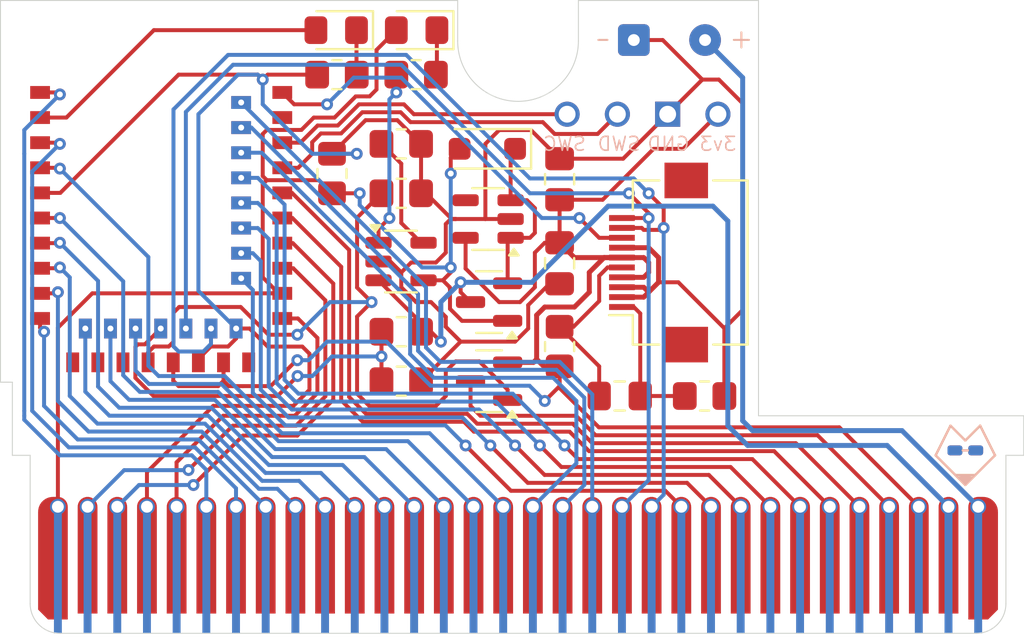
<source format=kicad_pcb>
(kicad_pcb (version 20241229) (generator "pcbnew") (generator_version "9.0")
  (layers (0 "F.Cu" signal) (2 "B.Cu" signal) (13 "F.Paste" user) (15 "B.Paste" user) (5 "F.SilkS" user "F.Silkscreen") (7 "B.SilkS" user "B.Silkscreen") (1 "F.Mask" user) (3 "B.Mask" user) (25 "Edge.Cuts" user))
  (net 0 "")
  (net 1 "Net-(D1-K)")
  (net 2 "VBUS")
  (net 3 "Net-(D2-K)")
  (net 4 "BLUE_LED")
  (net 5 "Net-(D3-K)")
  (net 6 "GND")
  (net 7 "DATA-")
  (net 8 "DATA+")
  (net 9 "SWD")
  (net 10 "nRF_VDD")
  (net 11 "SWC")
  (net 12 "VBAT")
  (net 13 "POWER_PIN")
  (net 14 "EXT_VCC")
  (net 15 "Net-(U3-PROG)")
  (net 16 "BATTERY_PIN")
  (net 17 "Net-(U3-STAT)")
  (net 18 "/P0.00")
  (net 19 "RESET")
  (net 20 "/P0.01")
  (net 21 "PROG")
  (net 22 "DCCH")
  (net 24 "P0.06")
  (net 25 "P0.08")
  (net 26 "P0.28")
  (net 27 "P0.17")
  (net 28 "P0.29")
  (net 29 "P1.02")
  (net 30 "P0.15")
  (net 31 "P0.26")
  (net 32 "P0.03")
  (net 33 "P0.31")
  (net 34 "P1.06")
  (net 35 "P1.11")
  (net 36 "P0.10")
  (net 37 "P0.02")
  (net 38 "P1.00")
  (net 39 "P0.13")
  (net 40 "P0.30")
  (net 41 "P0.09")
  (net 42 "P0.20")
  (net 43 "P0.24")
  (net 44 "P1.13")
  (net 45 "P1.04")
  (net 46 "P0.22")
  (net 47 "P0.07")
  (net 48 "P0.12")
  (net 49 "Net-(J6-Pin_10)")
  (net 50 "Net-(J6-Pin_6)")
  (net 51 "BAT_OUT")
  (footprint "Resistor_SMD:R_0805_2012Metric_Pad1.20x1.40mm_HandSolder" (layer "F.Cu") (at 95.25 34.75)
    (property "Reference" "R9" (hide yes))
    (property "Value" "2M" (hide yes))
  )
  (footprint "Resistor_SMD:R_0805_2012Metric_Pad1.20x1.40mm_HandSolder" (layer "F.Cu") (at 95.25 44.25)
    (property "Reference" "R7" (hide yes))
    (property "Value" "2M" (hide yes))
  )
  (footprint "Resistor_SMD:R_0805_2012Metric_Pad1.20x1.40mm_HandSolder" (layer "F.Cu") (at 110.575 45 180)
    (property "Reference" "FB2" (hide yes))
    (property "Value" "FerriteBead_Small" (hide yes))
  )
  (footprint "Connector_FFC-FPC:Hirose_FH12-10S-0.5SH_1x10-1MP_P0.50mm_Horizontal" (layer "F.Cu") (at 108.25 38.25 90)
    (property "Reference" "J6" (hide yes))
    (property "Value" "Conn_01x10" (hide yes))
  )
  (footprint "LED_SMD:LED_0805_2012Metric_Pad1.15x1.40mm_HandSolder" (layer "F.Cu") (at 91.9625 26.5 180)
    (property "Reference" "D2" (hide yes))
    (property "Value" "BLUE" (hide yes))
  )
  (footprint "Resistor_SMD:R_0805_2012Metric_Pad1.20x1.40mm_HandSolder" (layer "F.Cu") (at 95.25 32.25)
    (property "Reference" "R5" (hide yes))
    (property "Value" "RPROG" (hide yes))
  )
  (footprint "nrfmicro:E73-2G4M08S1C-52840" (layer "F.Cu") (at 83.119 43.6795 90)
    (property "Reference" "U1" (hide yes))
    (property "Value" "E73-2G4M08S1C" (hide yes))
  )
  (footprint "Package_TO_SOT_SMD:SOT-23-5" (layer "F.Cu") (at 99.6375 36.05 180)
    (property "Reference" "U2" (hide yes))
    (property "Value" "AP2112K-3.3" (hide yes))
  )
  (footprint "Capacitor_SMD:C_0805_2012Metric_Pad1.18x1.45mm_HandSolder" (layer "F.Cu") (at 106.2875 45)
    (property "Reference" "C2" (hide yes))
    (property "Value" "1uF" (hide yes))
  )
  (footprint "Resistor_SMD:R_0805_2012Metric_Pad1.20x1.40mm_HandSolder" (layer "F.Cu") (at 92 28.75 180)
    (property "Reference" "R4" (hide yes))
    (property "Value" "1K" (hide yes))
  )
  (footprint "nrfmicro:connector_swd" (layer "F.Cu") (at 111.25 30.75 -90)
    (property "Reference" "J2" (hide yes))
    (property "Value" "Conn_01x04" (hide yes))
  )
  (footprint "Diode_SMD:D_SOD-123F" (layer "F.Cu") (at 99.6 32.5 180)
    (property "Reference" "D1" (hide yes))
    (property "Value" "1N5819" (hide yes))
  )
  (footprint "Package_TO_SOT_SMD:SOT-23" (layer "F.Cu") (at 99.6875 40.25 180)
    (property "Reference" "Q1" (hide yes))
    (property "Value" "AO3407" (hide yes))
  )
  (footprint "Capacitor_SMD:C_0805_2012Metric_Pad1.18x1.45mm_HandSolder" (layer "F.Cu") (at 103.25 38.2875 -90)
    (property "Reference" "C1" (hide yes))
    (property "Value" "560pF/680pF" (hide yes))
  )
  (footprint "Resistor_SMD:R_0805_2012Metric_Pad1.20x1.40mm_HandSolder" (layer "F.Cu") (at 91.75 33.75 90)
    (property "Reference" "R1" (hide yes))
    (property "Value" "100K" (hide yes))
  )
  (footprint "Resistor_SMD:R_0805_2012Metric_Pad1.20x1.40mm_HandSolder" (layer "F.Cu") (at 95.25 41.75 180)
    (property "Reference" "R6" (hide yes))
    (property "Value" "820K" (hide yes))
  )
  (footprint "Resistor_SMD:R_0805_2012Metric_Pad1.20x1.40mm_HandSolder" (layer "F.Cu") (at 96 28.75 180)
    (property "Reference" "R8" (hide yes))
    (property "Value" "1K" (hide yes))
  )
  (footprint "Connector_Wire:SolderWire-0.1sqmm_1x02_P3.6mm_D0.4mm_OD1mm" (layer "F.Cu") (at 107 27)
    (property "Reference" "J3" (hide yes))
    (property "Value" "Conn_01x02" (hide yes))
  )
  (footprint "Package_TO_SOT_SMD:SOT-23-5" (layer "F.Cu") (at 95.2375 38.2)
    (property "Reference" "U3" (hide yes))
    (property "Value" "TP4054" (hide yes))
  )
  (footprint "User_Footprints:GameBoy_GamePak_AGB-002_P1.50mm_Edge" (layer "F.Cu") (at 101.15 57)
    (property "Reference" "J5" (hide yes))
    (property "Value" "Conn_01x32_Pin" (hide yes))
  )
  (footprint "Package_TO_SOT_SMD:SOT-23" (layer "F.Cu") (at 99.6875 44.25 180)
    (property "Reference" "Q2" (hide yes))
    (property "Value" "AO3407" (hide yes))
  )
  (footprint "LED_SMD:LED_0805_2012Metric_Pad1.15x1.40mm_HandSolder" (layer "F.Cu") (at 96.025 26.5 180)
    (property "Reference" "D3" (hide yes))
    (property "Value" "RED" (hide yes))
  )
  (footprint "Resistor_SMD:R_0805_2012Metric_Pad1.20x1.40mm_HandSolder" (layer "F.Cu") (at 103.25 42.5 -90)
    (property "Reference" "FB1" (hide yes))
    (property "Value" "FerriteBead_Small" (hide yes))
  )
  (footprint "Capacitor_SMD:C_0805_2012Metric_Pad1.18x1.45mm_HandSolder" (layer "F.Cu") (at 103.25 34.0375 90)
    (property "Reference" "C3" (hide yes))
    (property "Value" "1uF" (hide yes))
  )
  (gr_line (start 123 46.5) (end 122.25 48) (stroke (width 0.12)) (layer "F.SilkS"))
  (gr_line (start 123.75 49.5) (end 122.25 48) (stroke (width 0.12)) (layer "F.SilkS"))
  (gr_line (start 123.25 49) (end 124.25 49) (stroke (width 0.12)) (layer "F.SilkS"))
  (gr_line (start 123 46.5) (end 123.75 47.25) (stroke (width 0.12)) (layer "F.SilkS"))
  (gr_line (start 123.625 47.75) (end 123.875 47.75) (stroke (width 0.12)) (layer "F.SilkS"))
  (gr_line (start 123.75 49.5) (end 125.25 48) (stroke (width 0.12)) (layer "F.SilkS"))
  (gr_line (start 124.5 46.5) (end 123.75 47.25) (stroke (width 0.12)) (layer "F.SilkS"))
  (gr_line (start 125.25 48) (end 124.5 46.5) (stroke (width 0.12)) (layer "F.SilkS"))
  (gr_line (start 123.25 49) (end 124.25 49) (stroke (width 0.12)) (layer "B.SilkS"))
  (gr_line (start 125.25 48) (end 124.5 46.5) (stroke (width 0.12)) (layer "B.SilkS"))
  (gr_line (start 123 46.5) (end 122.25 48) (stroke (width 0.12)) (layer "B.SilkS"))
  (gr_line (start 123.625 47.75) (end 123.875 47.75) (stroke (width 0.12)) (layer "B.SilkS"))
  (gr_line (start 123.75 49.5) (end 125.25 48) (stroke (width 0.12)) (layer "B.SilkS"))
  (gr_line (start 123 46.5) (end 123.75 47.25) (stroke (width 0.12)) (layer "B.SilkS"))
  (gr_line (start 124.5 46.5) (end 123.75 47.25) (stroke (width 0.12)) (layer "B.SilkS"))
  (gr_line (start 123.75 49.5) (end 122.25 48) (stroke (width 0.12)) (layer "B.SilkS"))
  (gr_line (start 75 25) (end 98.1 25) (stroke (width 0.05)) (layer "Edge.Cuts"))
  (gr_line (start 76.5 55.5) (end 76.5 48) (stroke (width 0.05)) (layer "Edge.Cuts"))
  (gr_line (start 113.299998 25) (end 113.299998 46) (stroke (width 0.05)) (layer "Edge.Cuts"))
  (gr_line (start 113.299998 46) (end 126.7 46) (stroke (width 0.05)) (layer "Edge.Cuts"))
  (gr_arc (start 78 57) (mid 76.93934 56.56066) (end 76.5 55.5) (stroke (width 0.05)) (layer "Edge.Cuts"))
  (gr_line (start 75.6 44.3) (end 75.6 48) (stroke (width 0.05)) (layer "Edge.Cuts"))
  (gr_line (start 113.299998 25) (end 104.2 25) (stroke (width 0.05)) (layer "Edge.Cuts"))
  (gr_line (start 75 44.3) (end 75.6 44.3) (stroke (width 0.05)) (layer "Edge.Cuts"))
  (gr_line (start 125.8 55.5) (end 125.8 48) (stroke (width 0.05)) (layer "Edge.Cuts"))
  (gr_line (start 98.1 25) (end 98.1 27.05) (stroke (width 0.05)) (layer "Edge.Cuts"))
  (gr_arc (start 125.8 55.5) (mid 125.36066 56.56066) (end 124.3 57) (stroke (width 0.05)) (layer "Edge.Cuts"))
  (gr_line (start 104.2 25) (end 104.2 27.05) (stroke (width 0.05)) (layer "Edge.Cuts"))
  (gr_line (start 126.7 48) (end 125.8 48) (stroke (width 0.05)) (layer "Edge.Cuts"))
  (gr_line (start 124.3 57) (end 78 57) (stroke (width 0.05)) (layer "Edge.Cuts"))
  (gr_line (start 126.7 46) (end 126.7 48) (stroke (width 0.05)) (layer "Edge.Cuts"))
  (gr_arc (start 104.2 27.05) (mid 101.15 30.1) (end 98.1 27.05) (stroke (width 0.05)) (layer "Edge.Cuts"))
  (gr_line (start 75 44.3) (end 75 25) (stroke (width 0.05)) (layer "Edge.Cuts"))
  (gr_line (start 76.5 48) (end 75.6 48) (stroke (width 0.05)) (layer "Edge.Cuts"))
  (gr_text "-" (at 105 27.3 0) (layer "F.SilkS") (effects (font (size 0.6 0.6) (thickness 0.1)) (justify left bottom)))
  (gr_text "+\n" (at 111.75 27.5 0) (layer "F.SilkS") (effects (font (size 1 1) (thickness 0.1)) (justify left bottom)))
  (gr_text "-" (at 105 27.3 0) (layer "B.SilkS") (effects (font (size 0.6 0.6) (thickness 0.1)) (justify left bottom)))
  (gr_text "+\n" (at 111.75 27.5 0) (layer "B.SilkS") (effects (font (size 1 1) (thickness 0.1)) (justify left bottom)))
  (segment (start 100.775 32.725) (end 101 32.5) (width 0.2) (layer "F.Cu") (net 1))
  (segment (start 101.6 35.1) (end 100.775 35.1) (width 0.2) (layer "F.Cu") (net 1))
  (segment (start 100.775 35.1) (end 100.775 32.725) (width 0.2) (layer "F.Cu") (net 1))
  (segment (start 102 36.75) (end 102 35.5) (width 0.2) (layer "F.Cu") (net 1))
  (segment (start 102 35.5) (end 101.6 35.1) (width 0.2) (layer "F.Cu") (net 1))
  (segment (start 100.625 37.15) (end 100.775 37) (width 0.2) (layer "F.Cu") (net 1))
  (segment (start 101.75 37) (end 102 36.75) (width 0.2) (layer "F.Cu") (net 1))
  (segment (start 100.625 39.3) (end 100.625 37.15) (width 0.2) (layer "F.Cu") (net 1))
  (segment (start 100.775 37) (end 101.75 37) (width 0.2) (layer "F.Cu") (net 1))
  (segment (start 93.5 29.849) (end 92.9497 29.849) (width 0.2) (layer "F.Cu") (net 2))
  (segment (start 97.7115 40.590968) (end 97.7115 39.561443) (width 0.2) (layer "F.Cu") (net 2))
  (segment (start 94 27.5) (end 94 29) (width 0.2) (layer "F.Cu") (net 2))
  (segment (start 96.375 39.15) (end 97.35 39.15) (width 0.2) (layer "F.Cu") (net 2))
  (segment (start 97.75 38.75) (end 97.75 38.5) (width 0.2) (layer "F.Cu") (net 2))
  (segment (start 93.651 29.849) (end 93.5 29.849) (width 0.2) (layer "F.Cu") (net 2))
  (segment (start 77.9 50.6) (end 77.9 41.5465) (width 0.2) (layer "F.Cu") (net 2))
  (segment (start 88.25 34.2905) (end 88.455 34.0855) (width 0.2) (layer "F.Cu") (net 2))
  (segment (start 90.2045 31.5455) (end 88.455 31.5455) (width 0.2) (layer "F.Cu") (net 2))
  (segment (start 92.9497 29.849) (end 91.87695 30.92175) (width 0.2) (layer "F.Cu") (net 2))
  (segment (start 88.8095 39.8095) (end 88.6905 39.8095) (width 0.2) (layer "F.Cu") (net 2))
  (segment (start 94 29.5) (end 93.651 29.849) (width 0.2) (layer "F.Cu") (net 2))
  (segment (start 97.7115 39.561443) (end 97.700028 39.549971) (width 0.2) (layer "F.Cu") (net 2))
  (segment (start 88.25 39) (end 88.25 34.2905) (width 0.2) (layer "F.Cu") (net 2))
  (segment (start 94 29) (end 94 29.5) (width 0.2) (layer "F.Cu") (net 2))
  (segment (start 97.75 33.75) (end 97.75 32.95) (width 0.2) (layer "F.Cu") (net 2))
  (segment (start 95 26.5) (end 94 27.5) (width 0.2) (layer "F.Cu") (net 2))
  (segment (start 97.700028 39.500028) (end 97.35 39.15) (width 0.2) (layer "F.Cu") (net 2))
  (segment (start 90.82825 30.92175) (end 91.87695 30.92175) (width 0.2) (layer "F.Cu") (net 2))
  (segment (start 97.35 39.15) (end 97.75 38.75) (width 0.2) (layer "F.Cu") (net 2))
  (segment (start 89.238 39.8095) (end 88.8095 39.8095) (width 0.2) (layer "F.Cu") (net 2))
  (segment (start 97.700028 39.549971) (end 97.700028 39.500028) (width 0.2) (layer "F.Cu") (net 2))
  (segment (start 79.637 39.8095) (end 89.238 39.8095) (width 0.2) (layer "F.Cu") (net 2))
  (segment (start 88.25 33.8805) (end 88.455 34.0855) (width 0.2) (layer "F.Cu") (net 2))
  (segment (start 93.15 34.75) (end 91.75 34.75) (width 0.2) (layer "F.Cu") (net 2))
  (segment (start 97.75 32.95) (end 98.2 32.5) (width 0.2) (layer "F.Cu") (net 2))
  (segment (start 98.320532 41.2) (end 97.7115 40.590968) (width 0.2) (layer "F.Cu") (net 2))
  (segment (start 89.238 39.8095) (end 89.0595 39.8095) (width 0.2) (layer "F.Cu") (net 2))
  (segment (start 100.625 41.2) (end 98.320532 41.2) (width 0.2) (layer "F.Cu") (net 2))
  (segment (start 77.599 50.299) (end 77.9 50.6) (width 0.2) (layer "F.Cu") (net 2))
  (segment (start 89.0595 39.8095) (end 88.25 39) (width 0.2) (layer "F.Cu") (net 2))
  (segment (start 91.0855 34.0855) (end 91.75 34.75) (width 0.2) (layer "F.Cu") (net 2))
  (segment (start 90.2045 31.5455) (end 90.82825 30.92175) (width 0.2) (layer "F.Cu") (net 2))
  (segment (start 88.455 34.0855) (end 91.0855 34.0855) (width 0.2) (layer "F.Cu") (net 2))
  (segment (start 88.25 31.7505) (end 88.25 33.8805) (width 0.2) (layer "F.Cu") (net 2))
  (segment (start 77.9 41.5465) (end 79.637 39.8095) (width 0.2) (layer "F.Cu") (net 2))
  (segment (start 88.455 31.5455) (end 88.25 31.7505) (width 0.2) (layer "F.Cu") (net 2))
  (via (at 97.75 38.5) (size 0.6) (drill 0.3) (layers "F.Cu" "B.Cu") (net 2))
  (via (at 97.75 33.75) (size 0.6) (drill 0.3) (layers "F.Cu" "B.Cu") (net 2))
  (via (at 93.15 34.75) (size 0.6) (drill 0.3) (layers "F.Cu" "B.Cu") (net 2))
  (segment (start 97.75 38.5) (end 97.75 33.75) (width 0.2) (layer "B.Cu") (net 2))
  (segment (start 93.15 35.349943) (end 93.15 34.75) (width 0.2) (layer "B.Cu") (net 2))
  (segment (start 97.75 38.5) (end 96.300057 38.5) (width 0.2) (layer "B.Cu") (net 2))
  (segment (start 96.300057 38.5) (end 93.15 35.349943) (width 0.2) (layer "B.Cu") (net 2))
  (segment (start 92.9875 28.7375) (end 93 28.75) (width 0.2) (layer "F.Cu") (net 3))
  (segment (start 92.9875 26.5) (end 92.9875 28.7375) (width 0.2) (layer "F.Cu") (net 3))
  (segment (start 77 30.9195) (end 78.3305 30.9195) (width 0.2) (layer "F.Cu") (net 4))
  (segment (start 78.3305 30.9195) (end 82.75 26.5) (width 0.2) (layer "F.Cu") (net 4))
  (segment (start 90.9375 26.5) (end 82.75 26.5) (width 0.2) (layer "F.Cu") (net 4))
  (segment (start 97.05 26.5) (end 97.05 28.7) (width 0.2) (layer "F.Cu") (net 5))
  (segment (start 97.05 28.7) (end 97 28.75) (width 0.2) (layer "F.Cu") (net 5))
  (segment (start 112.5 40.65) (end 112.5 30.202002) (width 0.2) (layer "F.Cu") (net 6))
  (segment (start 110.46 29) (end 108.46 27) (width 0.2) (layer "F.Cu") (net 6))
  (segment (start 107.5 40) (end 107.75 39.75) (width 0.25) (layer "F.Cu") (net 6))
  (segment (start 77 34.7295) (end 78.0205 34.7295) (width 0.2) (layer "F.Cu") (net 6))
  (segment (start 97 38.25) (end 97.5 37.75) (width 0.2) (layer "F.Cu") (net 6))
  (segment (start 102.7421 39.325) (end 103.25 39.325) (width 0.2) (layer "F.Cu") (net 6))
  (segment (start 88.25 29) (end 88 28.75) (width 0.2) (layer "F.Cu") (net 6))
  (segment (start 103.25 33) (end 106.46 33) (width 0.2) (layer "F.Cu") (net 6))
  (segment (start 96.25 34.75) (end 96.25 32.25) (width 0.2) (layer "F.Cu") (net 6))
  (segment (start 95.25 38.75) (end 95.75 38.25) (width 0.2) (layer "F.Cu") (net 6))
  (segment (start 106.46 33) (end 108.71 30.75) (width 0.2) (layer "F.Cu") (net 6))
  (segment (start 98 36.05) (end 97.75 36.05) (width 0.2) (layer "F.Cu") (net 6))
  (segment (start 101.6635 40.4036) (end 102.7421 39.325) (width 0.2) (layer "F.Cu") (net 6))
  (segment (start 98.25 42.25) (end 97.5 41.5) (width 0.2) (layer "F.Cu") (net 6))
  (segment (start 106.4 40) (end 107.5 40) (width 0.25) (layer "F.Cu") (net 6))
  (segment (start 111.575 45) (end 111.575 41.575) (width 0.2) (layer "F.Cu") (net 6))
  (segment (start 97.5 41) (end 96.75 40.25) (width 0.2) (layer "F.Cu") (net 6))
  (segment (start 98.25 42.25) (end 101 42.25) (width 0.2) (layer "F.Cu") (net 6))
  (segment (start 91 28.75) (end 88.5 28.75) (width 0.2) (layer "F.Cu") (net 6))
  (segment (start 97.5 41.5) (end 97.5 41) (width 0.2) (layer "F.Cu") (net 6))
  (segment (start 90.611415 42.861415) (end 90.25 42.5) (width 0.2) (layer "F.Cu") (net 6))
  (segment (start 95.052 31.052) (end 96.25 32.25) (width 0.2) (layer "F.Cu") (net 6))
  (segment (start 85.75 45.5) (end 89.7987 45.5) (width 0.2) (layer "F.Cu") (net 6))
  (segment (start 89.7987 45.5) (end 90.611415 44.687285) (width 0.2) (layer "F.Cu") (net 6))
  (segment (start 99.5 32.25) (end 100.198 31.552) (width 0.2) (layer "F.Cu") (net 6))
  (segment (start 108.71 30.75) (end 110.46 29) (width 0.2) (layer "F.Cu") (net 6))
  (segment (start 111.297998 29) (end 110.46 29) (width 0.2) (layer "F.Cu") (net 6))
  (segment (start 91.75 32.75) (end 93.448 31.052) (width 0.2) (layer "F.Cu") (net 6))
  (segment (start 86.906 41.5875) (end 86.906 42.0915) (width 0.2) (layer "F.Cu") (net 6))
  (segment (start 107.75 39.75) (end 108.25 39.25) (width 0.25) (layer "F.Cu") (net 6))
  (segment (start 82.4 50.6) (end 82.4 48.85) (width 0.2) (layer "F.Cu") (net 6))
  (segment (start 101 42.25) (end 101.6635 41.5865) (width 0.2) (layer "F.Cu") (net 6))
  (segment (start 96.5 34.75) (end 96.25 34.75) (width 0.2) (layer "F.Cu") (net 6))
  (segment (start 84.999 43.2985) (end 84.999 43.1235) (width 0.2) (layer "F.Cu") (net 6))
  (segment (start 100.775 36.05) (end 99.5 36.05) (width 0.2) (layer "F.Cu") (net 6))
  (segment (start 97.5 36.3) (end 97.75 36.05) (width 0.2) (layer "F.Cu") (net 6))
  (segment (start 86.906 42.0915) (end 86.5 42.4975) (width 0.2) (layer "F.Cu") (net 6))
  (segment (start 98 36.05) (end 97.8 36.05) (width 0.2) (layer "F.Cu") (net 6))
  (segment (start 88 28.75) (end 84 28.75) (width 0.2) (layer "F.Cu") (net 6))
  (segment (start 90.611415 44.687285) (end 90.611415 42.861415) (width 0.2) (layer "F.Cu") (net 6))
  (segment (start 98.25 42.25) (end 96.25 44.25) (width 0.2) (layer "F.Cu") (net 6))
  (segment (start 99.5 36.05) (end 99.5 32.25) (width 0.2) (layer "F.Cu") (net 6))
  (segment (start 97.8 36.05) (end 96.5 34.75) (width 0.2) (layer "F.Cu") (net 6))
  (segment (start 100.198 31.552) (end 101.802 31.552) (width 0.2) (layer "F.Cu") (net 6))
  (segment (start 95.25 39.5) (end 95.25 38.75) (width 0.2) (layer "F.Cu") (net 6))
  (segment (start 107.5 39.5) (end 106.4 39.5) (width 0.25) (layer "F.Cu") (net 6))
  (segment (start 111.575 41.575) (end 112.5 40.65) (width 0.2) (layer "F.Cu") (net 6))
  (segment (start 97.5 37.75) (end 97.5 36.3) (width 0.2) (layer "F.Cu") (net 6))
  (segment (start 88.5 28.75) (end 88.25 29) (width 0.2) (layer "F.Cu") (net 6))
  (segment (start 90.25 42.5) (end 88.5 42.5) (width 0.2) (layer "F.Cu") (net 6))
  (segment (start 108.71 30.29) (end 108.71 30.75) (width 0.2) (layer "F.Cu") (net 6))
  (segment (start 91.75 32.75) (end 93 32.75) (width 0.2) (layer "F.Cu") (net 6))
  (segment (start 108.25 39.25) (end 108.25 38) (width 0.25) (layer "F.Cu") (net 6))
  (segment (start 108.25 38) (end 107.75 37.5) (width 0.25) (layer "F.Cu") (net 6))
  (segment (start 96 40.25) (end 95.25 39.5) (width 0.2) (layer "F.Cu") (net 6))
  (segment (start 107.75 37.5) (end 106.4 37.5) (width 0.25) (layer "F.Cu") (net 6))
  (segment (start 101.802 31.552) (end 103.25 33) (width 0.2) (layer "F.Cu") (net 6))
  (segment (start 96.75 40.25) (end 96 40.25) (width 0.2) (layer "F.Cu") (net 6))
  (segment (start 109.25 39.25) (end 108.25 39.25) (width 0.2) (layer "F.Cu") (net 6))
  (segment (start 111.575 41.575) (end 109.25 39.25) (width 0.2) (layer "F.Cu") (net 6))
  (segment (start 88.5 42.5) (end 87.5875 41.5875) (width 0.2) (layer "F.Cu") (net 6))
  (segment (start 99.5 36.05) (end 98 36.05) (width 0.2) (layer "F.Cu") (net 6))
  (segment (start 107 27) (end 108.46 27) (width 0.2) (layer "F.Cu") (net 6))
  (segment (start 85.625 42.4975) (end 86.5 42.4975) (width 0.2) (layer "F.Cu") (net 6))
  (segment (start 95.75 38.25) (end 97 38.25) (width 0.2) (layer "F.Cu") (net 6))
  (segment (start 94.7 38.2) (end 95.25 38.75) (width 0.2) (layer "F.Cu") (net 6))
  (segment (start 82.4 48.85) (end 85.75 45.5) (width 0.2) (layer "F.Cu") (net 6))
  (segment (start 107.5 39.5) (end 107.75 39.75) (width 0.25) (layer "F.Cu") (net 6))
  (segment (start 87.5875 41.5875) (end 86.906 41.5875) (width 0.2) (layer "F.Cu") (net 6))
  (segment (start 93.448 31.052) (end 95.052 31.052) (width 0.2) (layer "F.Cu") (net 6))
  (segment (start 101.6635 41.5865) (end 101.6635 40.4036) (width 0.2) (layer "F.Cu") (net 6))
  (segment (start 84.999 43.1235) (end 85.625 42.4975) (width 0.2) (layer "F.Cu") (net 6))
  (segment (start 112.5 30.202002) (end 111.297998 29) (width 0.2) (layer "F.Cu") (net 6))
  (segment (start 78.0205 34.7295) (end 84 28.75) (width 0.2) (layer "F.Cu") (net 6))
  (segment (start 94.1 38.2) (end 94.7 38.2) (width 0.2) (layer "F.Cu") (net 6))
  (via (at 93 32.75) (size 0.6) (drill 0.3) (layers "F.Cu" "B.Cu") (net 6))
  (via (at 88.25 29) (size 0.6) (drill 0.3) (layers "F.Cu" "B.Cu") (net 6))
  (segment (start 86.906 41.5875) (end 85 39.6815) (width 0.2) (layer "B.Cu") (net 6))
  (segment (start 88 28.75) (end 88.25 29) (width 0.2) (layer "B.Cu") (net 6))
  (segment (start 90.75 32.75) (end 88.25 30.25) (width 0.2) (layer "B.Cu") (net 6))
  (segment (start 88.25 30.25) (end 88.25 29) (width 0.2) (layer "B.Cu") (net 6))
  (segment (start 85 30.75) (end 87 28.75) (width 0.2) (layer "B.Cu") (net 6))
  (segment (start 85 39.6815) (end 85 30.75) (width 0.2) (layer "B.Cu") (net 6))
  (segment (start 87 28.75) (end 88 28.75) (width 0.2) (layer "B.Cu") (net 6))
  (segment (start 93 32.75) (end 90.75 32.75) (width 0.2) (layer "B.Cu") (net 6))
  (segment (start 89.9329 46.5) (end 86.738068 46.5) (width 0.2) (layer "F.Cu") (net 7))
  (segment (start 89.238 38.5395) (end 89.7895 38.5395) (width 0.2) (layer "F.Cu") (net 7))
  (segment (start 91.413415 40.163415) (end 91.413415 45.019485) (width 0.2) (layer "F.Cu") (net 7))
  (segment (start 86.738068 46.5) (end 84.497017 48.741051) (width 0.2) (layer "F.Cu") (net 7))
  (segment (start 89.7895 38.5395) (end 91.413415 40.163415) (width 0.2) (layer "F.Cu") (net 7))
  (segment (start 91.413415 45.019485) (end 89.9329 46.5) (width 0.2) (layer "F.Cu") (net 7))
  (via (at 84.497017 48.741051) (size 0.6) (drill 0.3) (layers "F.Cu" "B.Cu") (net 7))
  (segment (start 83.699997 48.75) (end 81.25 48.75) (width 0.2) (layer "B.Cu") (net 7))
  (segment (start 84 48.75) (end 84.488068 48.75) (width 0.2) (layer "B.Cu") (net 7))
  (segment (start 84.488068 48.75) (end 84.497017 48.741051) (width 0.2) (layer "B.Cu") (net 7))
  (segment (start 79.4 50.6) (end 81.25 48.75) (width 0.2) (layer "B.Cu") (net 7))
  (segment (start 84 48.75) (end 84.238068 48.75) (width 0.2) (layer "B.Cu") (net 7))
  (segment (start 83.699997 48.75) (end 84 48.75) (width 0.2) (layer "B.Cu") (net 7))
  (segment (start 90 47) (end 87.25 47) (width 0.2) (layer "F.Cu") (net 8))
  (segment (start 89.238 37.2695) (end 89.7695 37.2695) (width 0.2) (layer "F.Cu") (net 8))
  (segment (start 87.25 47) (end 84.75 49.5) (width 0.2) (layer "F.Cu") (net 8))
  (segment (start 89.7695 37.2695) (end 91.814415 39.314415) (width 0.2) (layer "F.Cu") (net 8))
  (segment (start 91.814415 45.185585) (end 90 47) (width 0.2) (layer "F.Cu") (net 8))
  (segment (start 91.814415 39.314415) (end 91.814415 45.185585) (width 0.2) (layer "F.Cu") (net 8))
  (via (at 84.75 49.5) (size 0.6) (drill 0.3) (layers "F.Cu" "B.Cu") (net 8))
  (segment (start 84.75 49.5) (end 82 49.5) (width 0.2) (layer "B.Cu") (net 8))
  (segment (start 82 49.5) (end 80.9 50.6) (width 0.2) (layer "B.Cu") (net 8))
  (segment (start 90.0405 33.4595) (end 89.238 33.4595) (width 0.2) (layer "F.Cu") (net 9))
  (segment (start 95.2181 30.651) (end 93.2819 30.651) (width 0.2) (layer "F.Cu") (net 9))
  (segment (start 91.19009 31.72375) (end 90.749 32.16484) (width 0.2) (layer "F.Cu") (net 9))
  (segment (start 106.17 30.75) (end 105.17 31.75) (width 0.2) (layer "F.Cu") (net 9))
  (segment (start 102.401 31.151) (end 95.7181 31.151) (width 0.2) (layer "F.Cu") (net 9))
  (segment (start 92.20915 31.72375) (end 91.19009 31.72375) (width 0.2) (layer "F.Cu") (net 9))
  (segment (start 93.2819 30.651) (end 92.20915 31.72375) (width 0.2) (layer "F.Cu") (net 9))
  (segment (start 105.17 31.75) (end 103 31.75) (width 0.2) (layer "F.Cu") (net 9))
  (segment (start 103 31.75) (end 102.401 31.151) (width 0.2) (layer "F.Cu") (net 9))
  (segment (start 95.7181 31.151) (end 95.2181 30.651) (width 0.2) (layer "F.Cu") (net 9))
  (segment (start 90.749 32.751) (end 90.0405 33.4595) (width 0.2) (layer "F.Cu") (net 9))
  (segment (start 90.749 32.16484) (end 90.749 32.751) (width 0.2) (layer "F.Cu") (net 9))
  (segment (start 101.929 43.3) (end 100.625 43.3) (width 0.25) (layer "F.Cu") (net 10))
  (segment (start 86.538 44.5) (end 86.75 44.5) (width 0.2) (layer "F.Cu") (net 10))
  (segment (start 102 37.75) (end 102.5 37.25) (width 0.2) (layer "F.Cu") (net 10))
  (segment (start 98.5 38.554468) (end 100.195532 40.25) (width 0.2) (layer "F.Cu") (net 10))
  (segment (start 86.269 44.231) (end 86 44.5) (width 0.2) (layer "F.Cu") (net 10))
  (segment (start 87.25 44.5) (end 88.650057 44.5) (width 0.2) (layer "F.Cu") (net 10))
  (segment (start 102 39.5) (end 102 37.75) (width 0.2) (layer "F.Cu") (net 10))
  (segment (start 86.269 43.2985) (end 86.269 44.231) (width 0.2) (layer "F.Cu") (net 10))
  (segment (start 103.25 44.59866) (end 103.25 43.5) (width 0.2) (layer "F.Cu") (net 10))
  (segment (start 104 38) (end 103.25 37.25) (width 0.25) (layer "F.Cu") (net 10))
  (segment (start 104.75 39.75) (end 104 40.5) (width 0.25) (layer "F.Cu") (net 10))
  (segment (start 102.5 37.25) (end 103.25 37.25) (width 0.2) (layer "F.Cu") (net 10))
  (segment (start 102.0895 43.1395) (end 102.45 43.5) (width 0.25) (layer "F.Cu") (net 10))
  (segment (start 105.425 35.075) (end 108 32.5) (width 0.2) (layer "F.Cu") (net 10))
  (segment (start 100.195532 40.25) (end 101.25 40.25) (width 0.2) (layer "F.Cu") (net 10))
  (segment (start 103.25 43.5) (end 103.25 44) (width 0.2) (layer "F.Cu") (net 10))
  (segment (start 103.25 44) (end 103.25 44.5) (width 0.2) (layer "F.Cu") (net 10))
  (segment (start 98.5 37) (end 98.5 38.554468) (width 0.2) (layer "F.Cu") (net 10))
  (segment (start 106.4 38) (end 105.5 38) (width 0.25) (layer "F.Cu") (net 10))
  (segment (start 86 44.5) (end 84 44.5) (width 0.2) (layer "F.Cu") (net 10))
  (segment (start 103.25 44.5) (end 102.5 45.25) (width 0.2) (layer "F.Cu") (net 10))
  (segment (start 106.4 39) (end 107.5 39) (width 0.25) (layer "F.Cu") (net 10))
  (segment (start 109.5 32.5) (end 108 32.5) (width 0.2) (layer "F.Cu") (net 10))
  (segment (start 111.25 30.75) (end 109.5 32.5) (width 0.2) (layer "F.Cu") (net 10))
  (segment (start 88.650057 44.5) (end 89.960395 43.189662) (width 0.2) (layer "F.Cu") (net 10))
  (segment (start 105.236093 46.584753) (end 117.384753 46.584753) (width 0.2) (layer "F.Cu") (net 10))
  (segment (start 103.25 37.25) (end 103.25 35.075) (width 0.2) (layer "F.Cu") (net 10))
  (segment (start 102.45 43.5) (end 103.25 43.5) (width 0.25) (layer "F.Cu") (net 10))
  (segment (start 101.25 40.25) (end 102 39.5) (width 0.2) (layer "F.Cu") (net 10))
  (segment (start 117.384753 46.584753) (end 121.4 50.6) (width 0.2) (layer "F.Cu") (net 10))
  (segment (start 104.75 38.75) (end 104.75 39.75) (width 0.25) (layer "F.Cu") (net 10))
  (segment (start 105.5 38) (end 104.75 38.75) (width 0.25) (layer "F.Cu") (net 10))
  (segment (start 107.75 38.25) (end 107.5 38) (width 0.25) (layer "F.Cu") (net 10))
  (segment (start 103.25 44.59866) (end 105.236093 46.584753) (width 0.2) (layer "F.Cu") (net 10))
  (segment (start 106.4 38) (end 104 38) (width 0.25) (layer "F.Cu") (net 10))
  (segment (start 102.0895 43.1395) (end 101.929 43.3) (width 0.25) (layer "F.Cu") (net 10))
  (segment (start 102.5 40.5) (end 102.0895 40.9105) (width 0.25) (layer "F.Cu") (net 10))
  (segment (start 83.729 44.229) (end 83.729 43.2985) (width 0.2) (layer "F.Cu") (net 10))
  (segment (start 89.960395 43.189662) (end 89.99915 43.189662) (width 0.2) (layer "F.Cu") (net 10))
  (segment (start 107.5 39) (end 107.75 38.75) (width 0.25) (layer "F.Cu") (net 10))
  (segment (start 103.05 43.3) (end 103.25 43.5) (width 0.2) (layer "F.Cu") (net 10))
  (segment (start 107.5 38) (end 106.4 38) (width 0.25) (layer "F.Cu") (net 10))
  (segment (start 104 40.5) (end 102.5 40.5) (width 0.25) (layer "F.Cu") (net 10))
  (segment (start 84 44.5) (end 83.729 44.229) (width 0.2) (layer "F.Cu") (net 10))
  (segment (start 107.75 38.75) (end 107.75 38.25) (width 0.25) (layer "F.Cu") (net 10))
  (segment (start 86.75 44.5) (end 87.25 44.5) (width 0.2) (layer "F.Cu") (net 10))
  (segment (start 102.0895 40.9105) (end 102.0895 43.1395) (width 0.25) (layer "F.Cu") (net 10))
  (segment (start 103.25 35.075) (end 105.425 35.075) (width 0.2) (layer "F.Cu") (net 10))
  (segment (start 86.269 44.231) (end 86.538 44.5) (width 0.2) (layer "F.Cu") (net 10))
  (via (at 89.99915 43.189662) (size 0.6) (drill 0.3) (layers "F.Cu" "B.Cu") (net 10))
  (via (at 102.5 45.25) (size 0.6) (drill 0.3) (layers "F.Cu" "B.Cu") (net 10))
  (segment (start 90.75 43) (end 90.560338 43.189662) (width 0.2) (layer "B.Cu") (net 10))
  (segment (start 96.72845 44.47845) (end 94.5 42.25) (width 0.2) (layer "B.Cu") (net 10))
  (segment (start 94.5 42.25) (end 91.5 42.25) (width 0.2) (layer "B.Cu") (net 10))
  (segment (start 101.5 44.47845) (end 96.72845 44.47845) (width 0.2) (layer "B.Cu") (net 10))
  (segment (start 101.72845 44.47845) (end 101.5 44.47845) (width 0.2) (layer "B.Cu") (net 10))
  (segment (start 102.5 45.25) (end 101.72845 44.47845) (width 0.2) (layer "B.Cu") (net 10))
  (segment (start 91.5 42.25) (end 90.75 43) (width 0.2) (layer "B.Cu") (net 10))
  (segment (start 90.560338 43.189662) (end 89.99915 43.189662) (width 0.2) (layer "B.Cu") (net 10))
  (segment (start 95.8842 30.75) (end 95.3842 30.25) (width 0.2) (layer "F.Cu") (net 11))
  (segment (start 92.04305 31.32275) (end 91.02399 31.32275) (width 0.2) (layer "F.Cu") (net 11))
  (segment (start 95.3842 30.25) (end 93.1158 30.25) (width 0.2) (layer "F.Cu") (net 11))
  (segment (start 90.15724 32.1895) (end 89.238 32.1895) (width 0.2) (layer "F.Cu") (net 11))
  (segment (start 91.02399 31.32275) (end 90.15724 32.1895) (width 0.2) (layer "F.Cu") (net 11))
  (segment (start 93.1158 30.25) (end 92.04305 31.32275) (width 0.2) (layer "F.Cu") (net 11))
  (segment (start 103.63 30.75) (end 95.8842 30.75) (width 0.2) (layer "F.Cu") (net 11))
  (segment (start 96.25 41.75) (end 96.25 41.3) (width 0.2) (layer "F.Cu") (net 12))
  (segment (start 98.75 40.25) (end 98.25 39.75) (width 0.2) (layer "F.Cu") (net 12))
  (segment (start 96.25 41.75) (end 96.75 41.75) (width 0.2) (layer "F.Cu") (net 12))
  (segment (start 96.75 41.75) (end 97.25 42.25) (width 0.2) (layer "F.Cu") (net 12))
  (segment (start 98.25 39.75) (end 98.25 39.25) (width 0.2) (layer "F.Cu") (net 12))
  (segment (start 96.25 41.3) (end 94.1 39.15) (width 0.2) (layer "F.Cu") (net 12))
  (via (at 98.25 39.25) (size 0.6) (drill 0.3) (layers "F.Cu" "B.Cu") (net 12))
  (via (at 97.25 42.25) (size 0.6) (drill 0.3) (layers "F.Cu" "B.Cu") (net 12))
  (segment (start 111.75 46.5) (end 111.75 36.149) (width 0.25) (layer "B.Cu") (net 12))
  (segment (start 111.75 36.149) (end 111 35.399) (width 0.25) (layer "B.Cu") (net 12))
  (segment (start 105.700944 35.399) (end 101.849943 39.25) (width 0.25) (layer "B.Cu") (net 12))
  (segment (start 119.8 47.5) (end 112.75 47.5) (width 0.25) (layer "B.Cu") (net 12))
  (segment (start 101.849943 39.25) (end 98.25 39.25) (width 0.25) (layer "B.Cu") (net 12))
  (segment (start 97.25 42.25) (end 97.25 40.25) (width 0.25) (layer "B.Cu") (net 12))
  (segment (start 111 35.399) (end 105.700944 35.399) (width 0.25) (layer "B.Cu") (net 12))
  (segment (start 122.9 50.6) (end 119.8 47.5) (width 0.25) (layer "B.Cu") (net 12))
  (segment (start 112.75 47.5) (end 111.75 46.5) (width 0.25) (layer "B.Cu") (net 12))
  (segment (start 97.25 40.25) (end 98.25 39.25) (width 0.25) (layer "B.Cu") (net 12))
  (segment (start 99.195532 43.25) (end 100.625 44.679468) (width 0.2) (layer "F.Cu") (net 13))
  (segment (start 83.74 40.7865) (end 84.0265 40.5) (width 0.2) (layer "F.Cu") (net 13))
  (segment (start 93.75 40.25) (end 93.017415 40.982585) (width 0.2) (layer "F.Cu") (net 13))
  (segment (start 83.74 42.26) (end 83.74 40.7865) (width 0.2) (layer "F.Cu") (net 13))
  (segment (start 93.75 40.25) (end 93.017415 39.517415) (width 0.2) (layer "F.Cu") (net 13))
  (segment (start 84.0265 40.5) (end 87.1385 40.5) (width 0.2) (layer "F.Cu") (net 13))
  (segment (start 83.5025 42.4975) (end 83.74 42.26) (width 0.2) (layer "F.Cu") (net 13))
  (segment (start 97 45.5) (end 97.5 45) (width 0.2) (layer "F.Cu") (net 13))
  (segment (start 87.1385 40.5) (end 88.5385 41.9) (width 0.2) (layer "F.Cu") (net 13))
  (segment (start 93.017415 39.517415) (end 93.017415 35.982585) (width 0.2) (layer "F.Cu") (net 13))
  (segment (start 82.459 42.791) (end 82.7525 42.4975) (width 0.2) (layer "F.Cu") (net 13))
  (segment (start 82.459 43.2985) (end 82.459 42.791) (width 0.2) (layer "F.Cu") (net 13))
  (segment (start 93.6342 45.5) (end 97 45.5) (width 0.2) (layer "F.Cu") (net 13))
  (segment (start 100.625 44.679468) (end 100.625 45.2) (width 0.2) (layer "F.Cu") (net 13))
  (segment (start 82.7525 42.4975) (end 83.5025 42.4975) (width 0.2) (layer "F.Cu") (net 13))
  (segment (start 98 43.25) (end 99.195532 43.25) (width 0.2) (layer "F.Cu") (net 13))
  (segment (start 97.5 43.75) (end 98 43.25) (width 0.2) (layer "F.Cu") (net 13))
  (segment (start 93.017415 40.982585) (end 93.017415 44.883215) (width 0.2) (layer "F.Cu") (net 13))
  (segment (start 88.5385 41.9) (end 90 41.9) (width 0.2) (layer "F.Cu") (net 13))
  (segment (start 93.017415 35.982585) (end 94.25 34.75) (width 0.2) (layer "F.Cu") (net 13))
  (segment (start 93.017415 44.883215) (end 93.6342 45.5) (width 0.2) (layer "F.Cu") (net 13))
  (segment (start 97.5 45) (end 97.5 43.75) (width 0.2) (layer "F.Cu") (net 13))
  (via (at 93.75 40.25) (size 0.6) (drill 0.3) (layers "F.Cu" "B.Cu") (net 13))
  (via (at 90 41.9) (size 0.6) (drill 0.3) (layers "F.Cu" "B.Cu") (net 13))
  (segment (start 91.65 40.25) (end 90 41.9) (width 0.2) (layer "B.Cu") (net 13))
  (segment (start 93.75 40.25) (end 91.65 40.25) (width 0.2) (layer "B.Cu") (net 13))
  (segment (start 105.069993 46.985753) (end 116.285753 46.985753) (width 0.2) (layer "F.Cu") (net 14))
  (segment (start 98.75 45.5) (end 99.25 46) (width 0.2) (layer "F.Cu") (net 14))
  (segment (start 99.25 46) (end 104.08424 46) (width 0.2) (layer "F.Cu") (net 14))
  (segment (start 104.08424 46) (end 105.069993 46.985753) (width 0.2) (layer "F.Cu") (net 14))
  (segment (start 98.75 44.25) (end 98.75 45.5) (width 0.2) (layer "F.Cu") (net 14))
  (segment (start 116.285753 46.985753) (end 119.9 50.6) (width 0.2) (layer "F.Cu") (net 14))
  (segment (start 95.25 33.25) (end 95.25 36.25) (width 0.2) (layer "F.Cu") (net 15))
  (segment (start 95.25 36.25) (end 96.25 37.25) (width 0.2) (layer "F.Cu") (net 15))
  (segment (start 94.25 32.25) (end 95.25 33.25) (width 0.2) (layer "F.Cu") (net 15))
  (segment (start 89 45) (end 82.7335 45) (width 0.2) (layer "F.Cu") (net 16))
  (segment (start 81.815 44.0815) (end 81.815 42.5155) (width 0.2) (layer "F.Cu") (net 16))
  (segment (start 94.25 43) (end 94.25 44.25) (width 0.2) (layer "F.Cu") (net 16))
  (segment (start 82.7335 45) (end 81.815 44.0815) (width 0.2) (layer "F.Cu") (net 16))
  (segment (start 81.942 42.3885) (end 82.295 42.3885) (width 0.2) (layer "F.Cu") (net 16))
  (segment (start 94.25 41.75) (end 94.25 43) (width 0.2) (layer "F.Cu") (net 16))
  (segment (start 82.295 42.3885) (end 83.096 41.5875) (width 0.2) (layer "F.Cu") (net 16))
  (segment (start 90.010415 43.989585) (end 89 45) (width 0.2) (layer "F.Cu") (net 16))
  (segment (start 81.815 42.5155) (end 81.942 42.3885) (width 0.2) (layer "F.Cu") (net 16))
  (via (at 90.010415 43.989585) (size 0.6) (drill 0.3) (layers "F.Cu" "B.Cu") (net 16))
  (via (at 94.25 43) (size 0.6) (drill 0.3) (layers "F.Cu" "B.Cu") (net 16))
  (segment (start 90.760415 43.989585) (end 90.010415 43.989585) (width 0.2) (layer "B.Cu") (net 16))
  (segment (start 91.5 43.25) (end 90.760415 43.989585) (width 0.2) (layer "B.Cu") (net 16))
  (segment (start 94.25 43) (end 91.75 43) (width 0.2) (layer "B.Cu") (net 16))
  (segment (start 91.75 43) (end 91.5 43.25) (width 0.2) (layer "B.Cu") (net 16))
  (segment (start 94.65 36.1) (end 94.65 36) (width 0.2) (layer "F.Cu") (net 17))
  (segment (start 94.1 37.25) (end 94.1 36.55) (width 0.2) (layer "F.Cu") (net 17))
  (segment (start 95 28.75) (end 95 29.65) (width 0.2) (layer "F.Cu") (net 17))
  (segment (start 94.1 36.55) (end 94.65 36) (width 0.2) (layer "F.Cu") (net 17))
  (via (at 95 29.65) (size 0.6) (drill 0.3) (layers "F.Cu" "B.Cu") (net 17))
  (via (at 94.65 36) (size 0.6) (drill 0.3) (layers "F.Cu" "B.Cu") (net 17))
  (segment (start 94.65 30) (end 95 29.65) (width 0.2) (layer "B.Cu") (net 17))
  (segment (start 94.65 36) (end 94.65 30) (width 0.2) (layer "B.Cu") (net 17))
  (segment (start 83.9 50.6) (end 83.896017 50.596017) (width 0.2) (layer "F.Cu") (net 19))
  (segment (start 86.25 46) (end 89.8658 46) (width 0.2) (layer "F.Cu") (net 19))
  (segment (start 90.029443 41.0795) (end 89.238 41.0795) (width 0.2) (layer "F.Cu") (net 19))
  (segment (start 89.8658 46) (end 91.012415 44.853385) (width 0.2) (layer "F.Cu") (net 19))
  (segment (start 91.012415 44.853385) (end 91.012415 42.062472) (width 0.2) (layer "F.Cu") (net 19))
  (segment (start 83.896017 48.353983) (end 86.25 46) (width 0.2) (layer "F.Cu") (net 19))
  (segment (start 83.896017 50.596017) (end 83.896017 48.353983) (width 0.2) (layer "F.Cu") (net 19))
  (segment (start 91.012415 42.062472) (end 90.029443 41.0795) (width 0.2) (layer "F.Cu") (net 19))
  (segment (start 93.38745 48.08745) (end 88.72295 48.08745) (width 0.2) (layer "B.Cu") (net 24))
  (segment (start 88.72295 48.08745) (end 85.8285 45.193) (width 0.2) (layer "B.Cu") (net 24))
  (segment (start 81.5 45.193) (end 80.556 44.249) (width 0.2) (layer "B.Cu") (net 24))
  (segment (start 95.9 50.6) (end 93.38745 48.08745) (width 0.2) (layer "B.Cu") (net 24))
  (segment (start 85.8285 45.193) (end 81.5 45.193) (width 0.2) (layer "B.Cu") (net 24))
  (segment (start 80.556 44.249) (end 80.556 41.5875) (width 0.2) (layer "B.Cu") (net 24))
  (segment (start 89.05515 47.28545) (end 86.1607 44.391) (width 0.2) (layer "B.Cu") (net 25))
  (segment (start 98.9 50.6) (end 95.58545 47.28545) (width 0.2) (layer "B.Cu") (net 25))
  (segment (start 95.58545 47.28545) (end 89.05515 47.28545) (width 0.2) (layer "B.Cu") (net 25))
  (segment (start 82.5 44.391) (end 81.826 43.717) (width 0.2) (layer "B.Cu") (net 25))
  (segment (start 81.826 43.717) (end 81.826 41.5875) (width 0.2) (layer "B.Cu") (net 25))
  (segment (start 86.1607 44.391) (end 82.5 44.391) (width 0.2) (layer "B.Cu") (net 25))
  (segment (start 77 33.4595) (end 77.9595 33.4595) (width 0.2) (layer "F.Cu") (net 26))
  (segment (start 77.9595 33.4595) (end 78 33.5) (width 0.2) (layer "F.Cu") (net 26))
  (via (at 78 33.5) (size 0.6) (drill 0.3) (layers "F.Cu" "B.Cu") (net 26))
  (segment (start 96.68445 46.88445) (end 89.22125 46.88445) (width 0.2) (layer "B.Cu") (net 26))
  (segment (start 89.22125 46.88445) (end 86.3268 43.99) (width 0.2) (layer "B.Cu") (net 26))
  (segment (start 82.99 43.99) (end 82.47 43.47) (width 0.2) (layer "B.Cu") (net 26))
  (segment (start 82.47 37.97) (end 78 33.5) (width 0.2) (layer "B.Cu") (net 26))
  (segment (start 86.3268 43.99) (end 82.99 43.99) (width 0.2) (layer "B.Cu") (net 26))
  (segment (start 100.4 50.6) (end 96.68445 46.88445) (width 0.2) (layer "B.Cu") (net 26))
  (segment (start 82.47 43.47) (end 82.47 37.97) (width 0.2) (layer "B.Cu") (net 26))
  (segment (start 101.641753 49.391753) (end 99.75 47.5) (width 0.2) (layer "F.Cu") (net 27))
  (segment (start 110.9 50.6) (end 109.691753 49.391753) (width 0.2) (layer "F.Cu") (net 27))
  (segment (start 109.691753 49.391753) (end 101.641753 49.391753) (width 0.2) (layer "F.Cu") (net 27))
  (via (at 99.75 47.5) (size 0.6) (drill 0.3) (layers "F.Cu" "B.Cu") (net 27))
  (segment (start 88.151 44.68) (end 88.151 38.1785) (width 0.2) (layer "B.Cu") (net 27))
  (segment (start 98.33245 46.08245) (end 89.55345 46.08245) (width 0.2) (layer "B.Cu") (net 27))
  (segment (start 99.75 47.5) (end 98.33245 46.08245) (width 0.2) (layer "B.Cu") (net 27))
  (segment (start 89.55345 46.08245) (end 88.151 44.68) (width 0.2) (layer "B.Cu") (net 27))
  (segment (start 88.151 38.1785) (end 87.75 37.7775) (width 0.2) (layer "B.Cu") (net 27))
  (segment (start 87.75 37.7775) (end 87.16 37.7775) (width 0.2) (layer "B.Cu") (net 27))
  (segment (start 77.9605 38.5395) (end 78 38.5) (width 0.2) (layer "F.Cu") (net 28))
  (segment (start 77 38.5395) (end 77.9605 38.5395) (width 0.2) (layer "F.Cu") (net 28))
  (via (at 78 38.5) (size 0.6) (drill 0.3) (layers "F.Cu" "B.Cu") (net 28))
  (segment (start 78.5 39) (end 78 38.5) (width 0.2) (layer "B.Cu") (net 28))
  (segment (start 79.896 46.396) (end 78.5 45) (width 0.2) (layer "B.Cu") (net 28))
  (segment (start 85.3302 46.396) (end 79.896 46.396) (width 0.2) (layer "B.Cu") (net 28))
  (segment (start 78.5 45) (end 78.5 39) (width 0.2) (layer "B.Cu") (net 28))
  (segment (start 88.22465 49.29045) (end 85.3302 46.396) (width 0.2) (layer "B.Cu") (net 28))
  (segment (start 91.4 50.6) (end 90.09045 49.29045) (width 0.2) (layer "B.Cu") (net 28))
  (segment (start 90.09045 49.29045) (end 88.22465 49.29045) (width 0.2) (layer "B.Cu") (net 28))
  (segment (start 96.89455 44.07745) (end 102.92545 44.07745) (width 0.2) (layer "B.Cu") (net 29))
  (segment (start 95.698 40.198) (end 95.698 42.8809) (width 0.2) (layer "B.Cu") (net 29))
  (segment (start 104.098 48.402) (end 101.9 50.6) (width 0.2) (layer "B.Cu") (net 29))
  (segment (start 102.92545 44.07745) (end 104.098 45.25) (width 0.2) (layer "B.Cu") (net 29))
  (segment (start 87.16 32.6975) (end 88.1975 32.6975) (width 0.2) (layer "B.Cu") (net 29))
  (segment (start 95.698 42.8809) (end 96.89455 44.07745) (width 0.2) (layer "B.Cu") (net 29))
  (segment (start 88.1975 32.6975) (end 95.698 40.198) (width 0.2) (layer "B.Cu") (net 29))
  (segment (start 104.098 45.25) (end 104.098 48.402) (width 0.2) (layer "B.Cu") (net 29))
  (segment (start 98.5 47.5) (end 100.792753 49.792753) (width 0.2) (layer "F.Cu") (net 30))
  (segment (start 108.592753 49.792753) (end 109.4 50.6) (width 0.2) (layer "F.Cu") (net 30))
  (segment (start 100.792753 49.792753) (end 108.592753 49.792753) (width 0.2) (layer "F.Cu") (net 30))
  (via (at 98.5 47.5) (size 0.6) (drill 0.3) (layers "F.Cu" "B.Cu") (net 30))
  (segment (start 89.38735 46.48345) (end 87.75 44.8461) (width 0.2) (layer "B.Cu") (net 30))
  (segment (start 87.75 44.8461) (end 87.75 39.6375) (width 0.2) (layer "B.Cu") (net 30))
  (segment (start 98.5 47.5) (end 97.48345 46.48345) (width 0.2) (layer "B.Cu") (net 30))
  (segment (start 87.75 39.6375) (end 87.16 39.0475) (width 0.2) (layer "B.Cu") (net 30))
  (segment (start 97.48345 46.48345) (end 89.38735 46.48345) (width 0.2) (layer "B.Cu") (net 30))
  (segment (start 85.4963 45.995) (end 80.5 45.995) (width 0.2) (layer "B.Cu") (net 31))
  (segment (start 91.18945 48.88945) (end 88.39075 48.88945) (width 0.2) (layer "B.Cu") (net 31))
  (segment (start 88.39075 48.88945) (end 85.4963 45.995) (width 0.2) (layer "B.Cu") (net 31))
  (segment (start 79.286 41.5875) (end 79.286 44.781) (width 0.2) (layer "B.Cu") (net 31))
  (segment (start 79.286 44.781) (end 80.5 45.995) (width 0.2) (layer "B.Cu") (net 31))
  (segment (start 92.9 50.6) (end 91.18945 48.88945) (width 0.2) (layer "B.Cu") (net 31))
  (segment (start 77.9395 32.1895) (end 78 32.25) (width 0.2) (layer "F.Cu") (net 32))
  (segment (start 77 32.1895) (end 77.9395 32.1895) (width 0.2) (layer "F.Cu") (net 32))
  (via (at 78 32.25) (size 0.6) (drill 0.3) (layers "F.Cu" "B.Cu") (net 32))
  (segment (start 76.602 45.75) (end 78.451 47.599) (width 0.2) (layer "B.Cu") (net 32))
  (segment (start 78 32.25) (end 76.602 33.648) (width 0.2) (layer "B.Cu") (net 32))
  (segment (start 76.602 33.648) (end 76.602 45.75) (width 0.2) (layer "B.Cu") (net 32))
  (segment (start 86.9 49.6671) (end 86.9 50.6) (width 0.2) (layer "B.Cu") (net 32))
  (segment (start 78.451 47.599) (end 84.8319 47.599) (width 0.2) (layer "B.Cu") (net 32))
  (segment (start 84.8319 47.599) (end 86.9 49.6671) (width 0.2) (layer "B.Cu") (net 32))
  (segment (start 77 39.8095) (end 77.8405 39.8095) (width 0.2) (layer "F.Cu") (net 33))
  (segment (start 77.8405 39.8095) (end 77.9 39.75) (width 0.2) (layer "F.Cu") (net 33))
  (via (at 77.9 39.75) (size 0.6) (drill 0.3) (layers "F.Cu" "B.Cu") (net 33))
  (segment (start 88.05855 49.69145) (end 85.1641 46.797) (width 0.2) (layer "B.Cu") (net 33))
  (segment (start 77.9 45.25) (end 77.9 39.75) (width 0.2) (layer "B.Cu") (net 33))
  (segment (start 88.99145 49.69145) (end 88.05855 49.69145) (width 0.2) (layer "B.Cu") (net 33))
  (segment (start 85.1641 46.797) (end 79.447 46.797) (width 0.2) (layer "B.Cu") (net 33))
  (segment (start 89.9 50.6) (end 88.99145 49.69145) (width 0.2) (layer "B.Cu") (net 33))
  (segment (start 79.447 46.797) (end 77.9 45.25) (width 0.2) (layer "B.Cu") (net 33))
  (segment (start 103.25765 43.27545) (end 104.9 44.9178) (width 0.2) (layer "B.Cu") (net 34))
  (segment (start 96.5 39.4975) (end 96.5 42.5487) (width 0.2) (layer "B.Cu") (net 34))
  (segment (start 96.5 42.5487) (end 97.22675 43.27545) (width 0.2) (layer "B.Cu") (net 34))
  (segment (start 104.9 44.9178) (end 104.9 50.6) (width 0.2) (layer "B.Cu") (net 34))
  (segment (start 97.22675 43.27545) (end 103.25765 43.27545) (width 0.2) (layer "B.Cu") (net 34))
  (segment (start 87.16 30.1575) (end 96.5 39.4975) (width 0.2) (layer "B.Cu") (net 34))
  (segment (start 77.8995 29.6495) (end 78 29.75) (width 0.2) (layer "F.Cu") (net 35))
  (segment (start 77 29.6495) (end 77.8995 29.6495) (width 0.2) (layer "F.Cu") (net 35))
  (via (at 78 29.75) (size 0.6) (drill 0.3) (layers "F.Cu" "B.Cu") (net 35))
  (segment (start 76.201 45.75) (end 76.201 32.75) (width 0.2) (layer "B.Cu") (net 35))
  (segment (start 76.201 46) (end 76.201 45.75) (width 0.2) (layer "B.Cu") (net 35))
  (segment (start 76.201 46.201) (end 76.201 46) (width 0.2) (layer "B.Cu") (net 35))
  (segment (start 78 48) (end 76.201 46.201) (width 0.2) (layer "B.Cu") (net 35))
  (segment (start 84.6658 48) (end 78 48) (width 0.2) (layer "B.Cu") (net 35))
  (segment (start 85.4 48.7342) (end 84.6658 48) (width 0.2) (layer "B.Cu") (net 35))
  (segment (start 76.201 32.75) (end 76.201 31.549) (width 0.2) (layer "B.Cu") (net 35))
  (segment (start 85.4 50.6) (end 85.4 48.7342) (width 0.2) (layer "B.Cu") (net 35))
  (segment (start 76.201 31.549) (end 78 29.75) (width 0.2) (layer "B.Cu") (net 35))
  (segment (start 89.8385 30.25) (end 91.5 30.25) (width 0.2) (layer "F.Cu") (net 36))
  (segment (start 106.4 37) (end 105.25 37) (width 0.2) (layer "F.Cu") (net 36))
  (segment (start 89.238 29.6495) (end 89.8385 30.25) (width 0.2) (layer "F.Cu") (net 36))
  (segment (start 105.25 37) (end 104.25 36) (width 0.2) (layer "F.Cu") (net 36))
  (segment (start 89.238 29.6495) (end 89.518126 29.6495) (width 0.2) (layer "F.Cu") (net 36))
  (via (at 91.5 30.25) (size 0.6) (drill 0.3) (layers "F.Cu" "B.Cu") (net 36))
  (via (at 104.25 36) (size 0.6) (drill 0.3) (layers "F.Cu" "B.Cu") (net 36))
  (segment (start 102.349 36) (end 104.25 36) (width 0.2) (layer "B.Cu") (net 36))
  (segment (start 91.5 30.25) (end 92.849 28.901) (width 0.2) (layer "B.Cu") (net 36))
  (segment (start 92.849 28.901) (end 95.25 28.901) (width 0.2) (layer "B.Cu") (net 36))
  (segment (start 95.25 28.901) (end 102.349 36) (width 0.2) (layer "B.Cu") (net 36))
  (segment (start 77 37.2695) (end 77.9805 37.2695) (width 0.2) (layer "F.Cu") (net 37))
  (segment (start 77.9805 37.2695) (end 78 37.25) (width 0.2) (layer "F.Cu") (net 37))
  (via (at 78 37.25) (size 0.6) (drill 0.3) (layers "F.Cu" "B.Cu") (net 37))
  (segment (start 81 45.594) (end 79.93 44.524) (width 0.2) (layer "B.Cu") (net 37))
  (segment (start 79.93 44.524) (end 79.93 39.18) (width 0.2) (layer "B.Cu") (net 37))
  (segment (start 92.28845 48.48845) (end 88.55685 48.48845) (width 0.2) (layer "B.Cu") (net 37))
  (segment (start 85.6624 45.594) (end 81 45.594) (width 0.2) (layer "B.Cu") (net 37))
  (segment (start 88.55685 48.48845) (end 85.6624 45.594) (width 0.2) (layer "B.Cu") (net 37))
  (segment (start 79.93 39.18) (end 78 37.25) (width 0.2) (layer "B.Cu") (net 37))
  (segment (start 94.4 50.6) (end 92.28845 48.48845) (width 0.2) (layer "B.Cu") (net 37))
  (segment (start 112.988753 48.188753) (end 104.186753 48.188753) (width 0.2) (layer "F.Cu") (net 38))
  (segment (start 104.186753 48.188753) (end 103.498 47.5) (width 0.2) (layer "F.Cu") (net 38))
  (segment (start 115.4 50.6) (end 112.988753 48.188753) (width 0.2) (layer "F.Cu") (net 38))
  (via (at 103.498 47.5) (size 0.6) (drill 0.3) (layers "F.Cu" "B.Cu") (net 38))
  (segment (start 89.354 35.3215) (end 88 33.9675) (width 0.2) (layer "B.Cu") (net 38))
  (segment (start 103.498 47.5) (end 100.87745 44.87945) (width 0.2) (layer "B.Cu") (net 38))
  (segment (start 88 33.9675) (end 87.16 33.9675) (width 0.2) (layer "B.Cu") (net 38))
  (segment (start 89.354 44.1817) (end 89.354 35.3215) (width 0.2) (layer "B.Cu") (net 38))
  (segment (start 100.87745 44.87945) (end 90.05175 44.87945) (width 0.2) (layer "B.Cu") (net 38))
  (segment (start 90.05175 44.87945) (end 89.354 44.1817) (width 0.2) (layer "B.Cu") (net 38))
  (segment (start 98.4178 46.302) (end 98.9178 46.802) (width 0.2) (layer "F.Cu") (net 39))
  (segment (start 89.75 36) (end 92.215415 38.465415) (width 0.2) (layer "F.Cu") (net 39))
  (segment (start 89.238 35.9995) (end 89.2385 36) (width 0.2) (layer "F.Cu") (net 39))
  (segment (start 93.302 46.302) (end 98.4178 46.302) (width 0.2) (layer "F.Cu") (net 39))
  (segment (start 89.2385 36) (end 89.75 36) (width 0.2) (layer "F.Cu") (net 39))
  (segment (start 98.9178 46.802) (end 103.75204 46.802) (width 0.2) (layer "F.Cu") (net 39))
  (segment (start 103.75204 46.802) (end 104.737793 47.787753) (width 0.2) (layer "F.Cu") (net 39))
  (segment (start 114.087753 47.787753) (end 116.9 50.6) (width 0.2) (layer "F.Cu") (net 39))
  (segment (start 92.215415 38.465415) (end 92.215415 45.215415) (width 0.2) (layer "F.Cu") (net 39))
  (segment (start 92.215415 45.215415) (end 93.302 46.302) (width 0.2) (layer "F.Cu") (net 39))
  (segment (start 104.737793 47.787753) (end 114.087753 47.787753) (width 0.2) (layer "F.Cu") (net 39))
  (segment (start 77 41.548) (end 77.202 41.75) (width 0.2) (layer "F.Cu") (net 40))
  (segment (start 77 41.0795) (end 77 41.548) (width 0.2) (layer "F.Cu") (net 40))
  (via (at 77.202 41.75) (size 0.6) (drill 0.3) (layers "F.Cu" "B.Cu") (net 40))
  (segment (start 88.4 50.6) (end 84.998 47.198) (width 0.2) (layer "B.Cu") (net 40))
  (segment (start 84.998 47.198) (end 78.9 47.198) (width 0.2) (layer "B.Cu") (net 40))
  (segment (start 77.202 45.5) (end 77.202 41.75) (width 0.2) (layer "B.Cu") (net 40))
  (segment (start 78.9 47.198) (end 77.202 45.5) (width 0.2) (layer "B.Cu") (net 40))
  (segment (start 112.4 50.6) (end 110.790753 48.990753) (width 0.2) (layer "F.Cu") (net 42))
  (segment (start 110.790753 48.990753) (end 102.490753 48.990753) (width 0.2) (layer "F.Cu") (net 42))
  (segment (start 102.490753 48.990753) (end 101 47.5) (width 0.2) (layer "F.Cu") (net 42))
  (via (at 101 47.5) (size 0.6) (drill 0.3) (layers "F.Cu" "B.Cu") (net 42))
  (segment (start 99.18145 45.68145) (end 89.71955 45.68145) (width 0.2) (layer "B.Cu") (net 42))
  (segment (start 88 36.5075) (end 87.16 36.5075) (width 0.2) (layer "B.Cu") (net 42))
  (segment (start 88.552 44.5139) (end 88.552 37.0595) (width 0.2) (layer "B.Cu") (net 42))
  (segment (start 101 47.5) (end 99.18145 45.68145) (width 0.2) (layer "B.Cu") (net 42))
  (segment (start 88.552 37.0595) (end 88 36.5075) (width 0.2) (layer "B.Cu") (net 42))
  (segment (start 89.71955 45.68145) (end 88.552 44.5139) (width 0.2) (layer "B.Cu") (net 42))
  (segment (start 103.91814 46.401) (end 104.903893 47.386753) (width 0.2) (layer "F.Cu") (net 43))
  (segment (start 89.238 34.7295) (end 89.7295 34.7295) (width 0.2) (layer "F.Cu") (net 43))
  (segment (start 99.0839 46.401) (end 103.91814 46.401) (width 0.2) (layer "F.Cu") (net 43))
  (segment (start 115.186753 47.386753) (end 118.4 50.6) (width 0.2) (layer "F.Cu") (net 43))
  (segment (start 92.616415 45.049315) (end 93.4681 45.901) (width 0.2) (layer "F.Cu") (net 43))
  (segment (start 104.903893 47.386753) (end 115.186753 47.386753) (width 0.2) (layer "F.Cu") (net 43))
  (segment (start 92.616415 37.616415) (end 92.616415 45.049315) (width 0.2) (layer "F.Cu") (net 43))
  (segment (start 93.4681 45.901) (end 98.5839 45.901) (width 0.2) (layer "F.Cu") (net 43))
  (segment (start 89.7295 34.7295) (end 92.616415 37.616415) (width 0.2) (layer "F.Cu") (net 43))
  (segment (start 98.5839 45.901) (end 99.0839 46.401) (width 0.2) (layer "F.Cu") (net 43))
  (segment (start 77.9995 35.9995) (end 78 36) (width 0.2) (layer "F.Cu") (net 44))
  (segment (start 77 35.9995) (end 77.9995 35.9995) (width 0.2) (layer "F.Cu") (net 44))
  (via (at 78 36) (size 0.6) (drill 0.3) (layers "F.Cu" "B.Cu") (net 44))
  (segment (start 85.9946 44.792) (end 82.042 44.792) (width 0.2) (layer "B.Cu") (net 44))
  (segment (start 88.88905 47.68645) (end 85.9946 44.792) (width 0.2) (layer "B.Cu") (net 44))
  (segment (start 82.042 44.792) (end 81.2 43.95) (width 0.2) (layer "B.Cu") (net 44))
  (segment (start 94.48645 47.68645) (end 88.88905 47.68645) (width 0.2) (layer "B.Cu") (net 44))
  (segment (start 81.2 39.2) (end 81 39) (width 0.2) (layer "B.Cu") (net 44))
  (segment (start 81 39) (end 78 36) (width 0.2) (layer "B.Cu") (net 44))
  (segment (start 97.4 50.6) (end 94.48645 47.68645) (width 0.2) (layer "B.Cu") (net 44))
  (segment (start 81.2 43.95) (end 81.2 39.2) (width 0.2) (layer "B.Cu") (net 44))
  (segment (start 87.6775 31.4275) (end 96.099 39.849) (width 0.2) (layer "B.Cu") (net 45))
  (segment (start 87.16 31.4275) (end 87.6775 31.4275) (width 0.2) (layer "B.Cu") (net 45))
  (segment (start 96.099 42.7148) (end 97.06065 43.67645) (width 0.2) (layer "B.Cu") (net 45))
  (segment (start 104.499 45.0839) (end 104.499 46) (width 0.2) (layer "B.Cu") (net 45))
  (segment (start 103.4 50.6) (end 104.499 49.501) (width 0.2) (layer "B.Cu") (net 45))
  (segment (start 97.06065 43.67645) (end 103.09155 43.67645) (width 0.2) (layer "B.Cu") (net 45))
  (segment (start 103.09155 43.67645) (end 104.499 45.0839) (width 0.2) (layer "B.Cu") (net 45))
  (segment (start 104.499 49.501) (end 104.499 46) (width 0.2) (layer "B.Cu") (net 45))
  (segment (start 96.099 39.849) (end 96.099 42.7148) (width 0.2) (layer "B.Cu") (net 45))
  (segment (start 113.9 50.6) (end 111.889753 48.589753) (width 0.2) (layer "F.Cu") (net 46))
  (segment (start 111.889753 48.589753) (end 103.339753 48.589753) (width 0.2) (layer "F.Cu") (net 46))
  (segment (start 103.339753 48.589753) (end 102.25 47.5) (width 0.2) (layer "F.Cu") (net 46))
  (via (at 102.25 47.5) (size 0.6) (drill 0.3) (layers "F.Cu" "B.Cu") (net 46))
  (segment (start 100.03045 45.28045) (end 89.88565 45.28045) (width 0.2) (layer "B.Cu") (net 46))
  (segment (start 88.953 36.1905) (end 88 35.2375) (width 0.2) (layer "B.Cu") (net 46))
  (segment (start 88 35.2375) (end 87.16 35.2375) (width 0.2) (layer "B.Cu") (net 46))
  (segment (start 102.25 47.5) (end 100.03045 45.28045) (width 0.2) (layer "B.Cu") (net 46))
  (segment (start 88.953 44.3478) (end 88.953 36.1905) (width 0.2) (layer "B.Cu") (net 46))
  (segment (start 89.88565 45.28045) (end 88.953 44.3478) (width 0.2) (layer "B.Cu") (net 46))
  (segment (start 106.4 36.5) (end 107.400057 36.5) (width 0.2) (layer "F.Cu") (net 47))
  (segment (start 108.508949 35.508949) (end 108.508949 36.5) (width 0.2) (layer "F.Cu") (net 47))
  (segment (start 107.400057 36.5) (end 107.501057 36.601) (width 0.2) (layer "F.Cu") (net 47))
  (segment (start 108.407949 36.601) (end 108.508949 36.5) (width 0.2) (layer "F.Cu") (net 47))
  (segment (start 107.501057 36.601) (end 108.407949 36.601) (width 0.2) (layer "F.Cu") (net 47))
  (segment (start 107.75 34.75) (end 108.508949 35.508949) (width 0.2) (layer "F.Cu") (net 47))
  (via (at 107.75 34.75) (size 0.6) (drill 0.3) (layers "F.Cu" "B.Cu") (net 47))
  (via (at 108.508949 36.5) (size 0.6) (drill 0.3) (layers "F.Cu" "B.Cu") (net 47))
  (segment (start 107 34) (end 101.75 34) (width 0.2) (layer "B.Cu") (net 47))
  (segment (start 95.5 27.75) (end 86.5 27.75) (width 0.2) (layer "B.Cu") (net 47))
  (segment (start 85.636 41.5875) (end 85.636 42.364) (width 0.2) (layer "B.Cu") (net 47))
  (segment (start 84 42.75) (end 83.74 42.49) (width 0.2) (layer "B.Cu") (net 47))
  (segment (start 83.74 42.49) (end 83.74 30.51) (width 0.2) (layer "B.Cu") (net 47))
  (segment (start 85.25 42.75) (end 84 42.75) (width 0.2) (layer "B.Cu") (net 47))
  (segment (start 85.636 42.364) (end 85.25 42.75) (width 0.2) (layer "B.Cu") (net 47))
  (segment (start 101.75 34) (end 95.5 27.75) (width 0.2) (layer "B.Cu") (net 47))
  (segment (start 107 34) (end 107.75 34.75) (width 0.2) (layer "B.Cu") (net 47))
  (segment (start 108.508949 49.991051) (end 108.508949 36.5) (width 0.2) (layer "B.Cu") (net 47))
  (segment (start 86.5 27.75) (end 83.75 30.5) (width 0.2) (layer "B.Cu") (net 47))
  (segment (start 107.9 50.6) (end 108.508949 49.991051) (width 0.2) (layer "B.Cu") (net 47))
  (segment (start 83.74 30.51) (end 83.75 30.5) (width 0.2) (layer "B.Cu") (net 47))
  (segment (start 107.75 35.75) (end 106.75 34.75) (width 0.2) (layer "F.Cu") (net 48))
  (segment (start 107.75 36) (end 107.75 35.75) (width 0.2) (layer "F.Cu") (net 48))
  (segment (start 107.75 36) (end 106.4 36) (width 0.2) (layer "F.Cu") (net 48))
  (via (at 107.75 36) (size 0.6) (drill 0.3) (layers "F.Cu" "B.Cu") (net 48))
  (via (at 106.75 34.75) (size 0.6) (drill 0.3) (layers "F.Cu" "B.Cu") (net 48))
  (segment (start 107.75 49.25) (end 107.75 36) (width 0.2) (layer "B.Cu") (net 48))
  (segment (start 86.75 28.25) (end 95.25 28.25) (width 0.2) (layer "B.Cu") (net 48))
  (segment (start 95.25 28.25) (end 101.75 34.75) (width 0.2) (layer "B.Cu") (net 48))
  (segment (start 101.75 34.75) (end 106.75 34.75) (width 0.2) (layer "B.Cu") (net 48))
  (segment (start 106.4 50.6) (end 107.75 49.25) (width 0.2) (layer "B.Cu") (net 48))
  (segment (start 84.366 41.5875) (end 84.366 30.634) (width 0.2) (layer "B.Cu") (net 48))
  (segment (start 84.366 30.634) (end 86.75 28.25) (width 0.2) (layer "B.Cu") (net 48))
  (segment (start 107.325 40.825) (end 107 40.5) (width 0.2) (layer "F.Cu") (net 49))
  (segment (start 107.325 40.825) (end 107.325 45) (width 0.2) (layer "F.Cu") (net 49))
  (segment (start 109.575 45) (end 107.325 45) (width 0.2) (layer "F.Cu") (net 49))
  (segment (start 107 40.5) (end 106.4 40.5) (width 0.2) (layer "F.Cu") (net 49))
  (segment (start 105.67366 38.5) (end 106.4 38.5) (width 0.2) (layer "F.Cu") (net 50))
  (segment (start 103.25 41.5) (end 103.95 41.5) (width 0.2) (layer "F.Cu") (net 50))
  (segment (start 105.675 45) (end 105.25 44.575) (width 0.2) (layer "F.Cu") (net 50))
  (segment (start 105.25 38.92366) (end 105.67366 38.5) (width 0.2) (layer "F.Cu") (net 50))
  (segment (start 105.25 40.2) (end 105.25 38.92366) (width 0.2) (layer "F.Cu") (net 50))
  (segment (start 103.95 41.5) (end 105.25 40.2) (width 0.2) (layer "F.Cu") (net 50))
  (segment (start 105.25 45) (end 105.25 43.5) (width 0.2) (layer "F.Cu") (net 50))
  (segment (start 105.25 43.5) (end 103.25 41.5) (width 0.2) (layer "F.Cu") (net 50))
  (segment (start 112.5 28.9) (end 110.6 27) (width 0.25) (layer "B.Cu") (net 51))
  (segment (start 112.5 46.25) (end 112.5 28.9) (width 0.25) (layer "B.Cu") (net 51))
  (segment (start 113 46.75) (end 112.5 46.25) (width 0.25) (layer "B.Cu") (net 51))
  (segment (start 124.4 50.6) (end 120.55 46.75) (width 0.25) (layer "B.Cu") (net 51))
  (segment (start 120.55 46.75) (end 113 46.75) (width 0.25) (layer "B.Cu") (net 51))
  (zone (net 0) (net_name "") (layers "F.Cu" "B.Cu") (connect_pads (clearance 0)) (min_thickness 0.254) (fill yes (thermal_gap 0.508) (thermal_bridge_width 0.508) (island_removal_mode 1) (island_area_min 10))
    (polygon (pts (xy 124.65 48) (xy 123.9 48) (xy 123.9 47.5) (xy 124.65 47.5)))
  )
  (zone (net 0) (net_name "") (layers "F.Cu" "B.Cu") (connect_pads (clearance 0)) (min_thickness 0.254) (fill yes (thermal_gap 0.508) (thermal_bridge_width 0.508) (island_removal_mode 1) (island_area_min 10))
    (polygon (pts (xy 123.6 48) (xy 122.85 48) (xy 122.85 47.5) (xy 123.6 47.5)))
  )
  (zone (net 0) (net_name "") (layers "*.SilkS") (connect_pads (clearance 0)) (min_thickness 0.254) (fill yes (thermal_gap 0.508) (thermal_bridge_width 0.508))
    (polygon (pts (xy 123.75 49.5) (xy 123.25 49) (xy 124.25 49)))
  )
)
</source>
